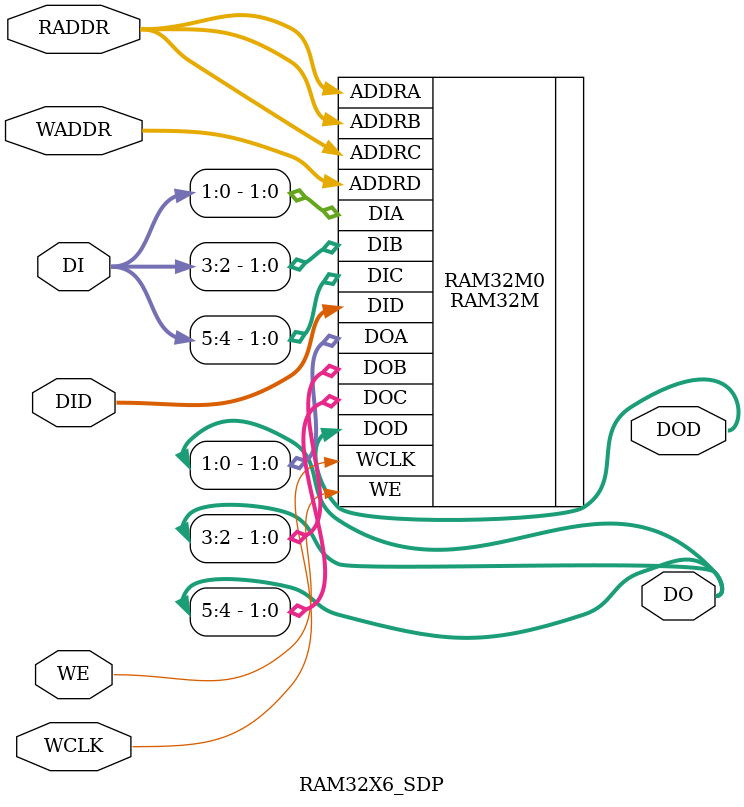
<source format=v>
`timescale 1ns/100ps
/*
 * Module      : verilog/xilinx/RAM32X6_SDP.v
 * Copyright   : (C) Tim Molteno     2016
 *             : (C) Max Scheel      2016
 *             : (C) Patrick Suggate 2016
 * License     : LGPL3
 * 
 * Maintainer  : Patrick Suggate <patrick.suggate@gmail.com>
 * Stability   : Experimental
 * Portability : only tested with a Papilio board (Xilinx Spartan VI)
 * 
 * Wrapper around the Xilinx RAM32M primitive, in its SDP mode, so that it is
 * easier to instantiate multiple instances, to get larger bit-widths.
 * 
 * NOTE:
 *  + simulate with `-D__icarus` to use a behavioural version;
 * 
 * TODO:
 *  + ignores the `INITx` parameters in Icarus mode;
 *  + currently untested;
 * 
 * Changelog:
 *  + 14/07/2016  --  initial file;
 * 
 */

/*
 Instantiation template:

RAM32X6_SDP
  #(.INITA(64'h0),
    .INITB(64'h0),
    .INITC(64'h0),
    .INITD(64'h0),
    .DELAY(3)) RAM32X6_SDP_inst
   (.WCLK(WCLK),
    .WE(WE),
    .WADDR(WADDR),
    .DI(DI),
    .RADDR(RADDR),
    .DO(DO)
    );
*/

module RAM32X6_SDP
  #( parameter INITA = 64'h0,   // TODO:
     parameter INITB = 64'h0,
     parameter INITC = 64'h0,
     parameter INITD = 64'h0,
     parameter DELAY = 3)
   (
    input        WCLK,
    input        WE,
    input [4:0]  WADDR,
    input [5:0]  DI,
    input [4:0]  RADDR,
    output [5:0] DO,
    input [1:0]  DID,
    output [1:0] DOD
    );


`ifdef __icarus
   //-------------------------------------------------------------------------
   //  Behavioural description of the `RAM32X6_SDP` core.
   //-------------------------------------------------------------------------
   reg [5:0]     sram[0:31];

   assign DO = sram[RADDR];

   always @(posedge WCLK)
     if (WE) sram[WADDR] <= #DELAY DI;


`else
   //-------------------------------------------------------------------------
   //  Xilinx RAM32M primitive, and in SDP mode.
   //-------------------------------------------------------------------------
   RAM32M
     #(  .INIT_A(INITA), .INIT_B(INITB), .INIT_C(INITC), .INIT_D(INITD)
         ) RAM32M0
       ( .DOA(DO[1:0]),
         .DOB(DO[3:2]),
         .DOC(DO[5:4]),
         .DOD(DOD),

         .ADDRA(RADDR),
         .ADDRB(RADDR),
         .ADDRC(RADDR),
         .ADDRD(WADDR),

         .WCLK(WCLK),
         .WE(WE),
         .DIA(DI[1:0]),
         .DIB(DI[3:2]),
         .DIC(DI[5:4]),
         .DID(DID)
         );
`endif // !`ifdef __icarus


endmodule // RAM32X6_SDP

</source>
